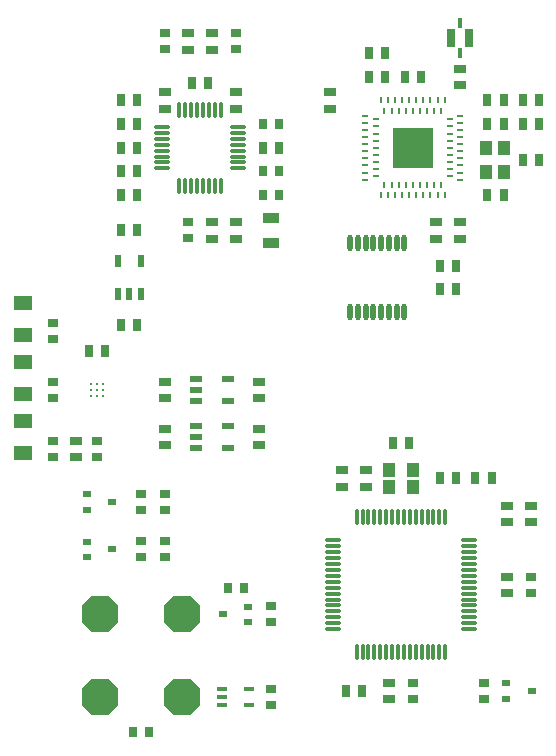
<source format=gtp>
%FSLAX25Y25*%
%MOIN*%
G70*
G01*
G75*
G04 Layer_Color=8421504*
%ADD10C,0.00492*%
%ADD11R,0.03937X0.01811*%
%ADD12R,0.01811X0.01811*%
%ADD13R,0.13386X0.13386*%
%ADD14O,0.00787X0.02559*%
%ADD15O,0.02559X0.00787*%
%ADD16R,0.02835X0.03937*%
%ADD17R,0.03937X0.02835*%
%ADD18R,0.04134X0.04528*%
%ADD19O,0.01772X0.05512*%
%ADD20R,0.03740X0.02559*%
%ADD21R,0.03150X0.02165*%
%ADD22R,0.02559X0.03740*%
%ADD23R,0.03937X0.02362*%
G04:AMPARAMS|DCode=24|XSize=118.11mil|YSize=118.11mil|CornerRadius=0mil|HoleSize=0mil|Usage=FLASHONLY|Rotation=270.000|XOffset=0mil|YOffset=0mil|HoleType=Round|Shape=Octagon|*
%AMOCTAGOND24*
4,1,8,-0.02953,-0.05906,0.02953,-0.05906,0.05906,-0.02953,0.05906,0.02953,0.02953,0.05906,-0.02953,0.05906,-0.05906,0.02953,-0.05906,-0.02953,-0.02953,-0.05906,0.0*
%
%ADD24OCTAGOND24*%

%ADD25R,0.02362X0.03937*%
%ADD26R,0.05512X0.03543*%
%ADD27O,0.01181X0.05512*%
%ADD28O,0.05512X0.01181*%
%ADD29O,0.05709X0.01181*%
%ADD30O,0.01181X0.05709*%
%ADD31R,0.06496X0.04724*%
%ADD32C,0.01142*%
%ADD33R,0.01378X0.03740*%
%ADD34R,0.02953X0.06496*%
%ADD35R,0.03347X0.01575*%
%ADD36C,0.00984*%
%ADD37C,0.01969*%
%ADD38C,0.00500*%
%ADD39C,0.01575*%
%ADD40C,0.00787*%
%ADD41C,0.01000*%
%ADD42O,0.09843X0.05906*%
%ADD43R,0.07874X0.07874*%
%ADD44C,0.07874*%
%ADD45R,0.05906X0.05906*%
%ADD46C,0.05906*%
%ADD47O,0.05906X0.09843*%
%ADD48C,0.11811*%
%ADD49O,0.07874X0.11811*%
%ADD50C,0.19685*%
%ADD51O,0.01969X0.03937*%
%ADD52C,0.01969*%
%ADD53R,0.01969X0.04921*%
%ADD54C,0.00394*%
%ADD55C,0.02362*%
%ADD56C,0.00591*%
D13*
X31496Y224410D02*
D03*
D14*
X22047Y212106D02*
D03*
X24409D02*
D03*
X26772D02*
D03*
X29134D02*
D03*
X31496D02*
D03*
X33858D02*
D03*
X36220D02*
D03*
X38583D02*
D03*
X40945D02*
D03*
Y236713D02*
D03*
X38583D02*
D03*
X36220D02*
D03*
X33858D02*
D03*
X31496D02*
D03*
X29134D02*
D03*
X26772D02*
D03*
X24409D02*
D03*
X22047D02*
D03*
X20866Y208563D02*
D03*
X23228D02*
D03*
X25591D02*
D03*
X27953D02*
D03*
X30315D02*
D03*
X32677D02*
D03*
X35039D02*
D03*
X37402D02*
D03*
X39764D02*
D03*
X42126D02*
D03*
Y240256D02*
D03*
X39764D02*
D03*
X37402D02*
D03*
X35039D02*
D03*
X32677D02*
D03*
X30315D02*
D03*
X27953D02*
D03*
X25591D02*
D03*
X23228D02*
D03*
X20866D02*
D03*
D15*
X43799Y214961D02*
D03*
Y217323D02*
D03*
Y219685D02*
D03*
Y222047D02*
D03*
Y224410D02*
D03*
Y226772D02*
D03*
Y229134D02*
D03*
Y231496D02*
D03*
Y233858D02*
D03*
X19193D02*
D03*
Y231496D02*
D03*
Y229134D02*
D03*
Y226772D02*
D03*
Y224410D02*
D03*
Y222047D02*
D03*
Y219685D02*
D03*
Y217323D02*
D03*
Y214961D02*
D03*
X47343Y213780D02*
D03*
Y216142D02*
D03*
Y218504D02*
D03*
Y220866D02*
D03*
Y223228D02*
D03*
Y225591D02*
D03*
Y227953D02*
D03*
Y230315D02*
D03*
Y232677D02*
D03*
Y235039D02*
D03*
X15650D02*
D03*
Y232677D02*
D03*
Y230315D02*
D03*
Y227953D02*
D03*
Y225591D02*
D03*
Y223228D02*
D03*
Y220866D02*
D03*
Y218504D02*
D03*
Y216142D02*
D03*
Y213780D02*
D03*
D16*
X22402Y248032D02*
D03*
X16969D02*
D03*
X22402Y255906D02*
D03*
X16969D02*
D03*
X73583Y232283D02*
D03*
X68150D02*
D03*
X61772D02*
D03*
X56339D02*
D03*
X56339Y240158D02*
D03*
X61772D02*
D03*
X68150D02*
D03*
X73583D02*
D03*
X68150Y220473D02*
D03*
X73583D02*
D03*
X56339Y208662D02*
D03*
X61772D02*
D03*
X40591Y185039D02*
D03*
X46024D02*
D03*
X40591Y177165D02*
D03*
X46024D02*
D03*
X30276Y125984D02*
D03*
X24843D02*
D03*
X40591Y114173D02*
D03*
X46024D02*
D03*
X57835D02*
D03*
X52402D02*
D03*
X14527Y43307D02*
D03*
X9094D02*
D03*
X-76535Y156496D02*
D03*
X-71102D02*
D03*
X-60276Y216535D02*
D03*
X-65709D02*
D03*
X-60276Y196850D02*
D03*
X-65709D02*
D03*
X-60276Y208662D02*
D03*
X-65709D02*
D03*
X-60276Y224410D02*
D03*
X-65709D02*
D03*
X-60276Y240158D02*
D03*
X-65709D02*
D03*
X-60276Y232283D02*
D03*
X-65709D02*
D03*
X-36654Y246063D02*
D03*
X-42087D02*
D03*
X-18465Y224410D02*
D03*
X-13032D02*
D03*
X34213Y248032D02*
D03*
X28780D02*
D03*
X-65709Y165354D02*
D03*
X-60276D02*
D03*
D17*
X47244Y250748D02*
D03*
Y245315D02*
D03*
Y199567D02*
D03*
Y194134D02*
D03*
X39370Y199567D02*
D03*
Y194134D02*
D03*
X7874Y111457D02*
D03*
Y116890D02*
D03*
X15748Y111457D02*
D03*
Y116890D02*
D03*
X62992Y105079D02*
D03*
Y99646D02*
D03*
X70866Y105079D02*
D03*
Y99646D02*
D03*
X62992Y81457D02*
D03*
Y76024D02*
D03*
X23622Y40591D02*
D03*
Y46024D02*
D03*
X-51181Y130669D02*
D03*
Y125236D02*
D03*
Y146417D02*
D03*
Y140984D02*
D03*
X-19685Y130669D02*
D03*
Y125236D02*
D03*
Y146417D02*
D03*
Y140984D02*
D03*
X-80709Y126732D02*
D03*
Y121299D02*
D03*
X-35433Y199567D02*
D03*
Y194134D02*
D03*
X-27559Y199567D02*
D03*
Y194134D02*
D03*
X-35433Y257126D02*
D03*
Y262559D02*
D03*
X-43307Y262559D02*
D03*
Y257126D02*
D03*
X-27559Y237441D02*
D03*
Y242874D02*
D03*
X-51181Y242874D02*
D03*
Y237441D02*
D03*
X3937Y242874D02*
D03*
Y237441D02*
D03*
D18*
X56055Y224472D02*
D03*
X62055D02*
D03*
X56055Y216473D02*
D03*
X62055D02*
D03*
X23425Y117126D02*
D03*
X31693D02*
D03*
X23425Y111221D02*
D03*
X31693D02*
D03*
D19*
X28642Y192717D02*
D03*
X26083D02*
D03*
X23524D02*
D03*
X20965D02*
D03*
X18406D02*
D03*
X15846D02*
D03*
X13287D02*
D03*
X10728D02*
D03*
X28642Y169488D02*
D03*
X26083D02*
D03*
X23524D02*
D03*
X20965D02*
D03*
X18406D02*
D03*
X15846D02*
D03*
X13287D02*
D03*
X10728D02*
D03*
D20*
X70866Y76083D02*
D03*
Y81398D02*
D03*
X55118Y40650D02*
D03*
Y45965D02*
D03*
X31496D02*
D03*
Y40650D02*
D03*
X-15748Y66240D02*
D03*
Y71555D02*
D03*
Y43996D02*
D03*
Y38681D02*
D03*
X-59055Y103642D02*
D03*
Y108957D02*
D03*
X-51181Y103642D02*
D03*
Y108957D02*
D03*
Y93209D02*
D03*
Y87894D02*
D03*
X-59055D02*
D03*
Y93209D02*
D03*
X-73819Y126673D02*
D03*
Y121358D02*
D03*
X-43307Y194193D02*
D03*
Y199508D02*
D03*
X-51181Y257185D02*
D03*
Y262500D02*
D03*
X-27559Y257185D02*
D03*
Y262500D02*
D03*
X-88583Y166043D02*
D03*
Y160728D02*
D03*
Y146358D02*
D03*
Y141043D02*
D03*
Y121358D02*
D03*
Y126673D02*
D03*
D21*
X62697Y45866D02*
D03*
Y40748D02*
D03*
X71161Y43307D02*
D03*
X-23327Y66339D02*
D03*
Y71457D02*
D03*
X-31791Y68898D02*
D03*
X-68602Y90551D02*
D03*
X-77067Y87992D02*
D03*
Y93110D02*
D03*
X-68602Y106299D02*
D03*
X-77067Y103740D02*
D03*
Y108858D02*
D03*
D22*
X-61713Y29528D02*
D03*
X-56398D02*
D03*
X-13091Y208662D02*
D03*
X-18406D02*
D03*
X-13091Y232283D02*
D03*
X-18406D02*
D03*
X-13091Y216535D02*
D03*
X-18406D02*
D03*
X-30217Y77756D02*
D03*
X-24902D02*
D03*
D23*
X-40846Y131693D02*
D03*
Y127953D02*
D03*
Y124213D02*
D03*
X-30020D02*
D03*
Y131693D02*
D03*
X-40846Y147441D02*
D03*
Y143701D02*
D03*
Y139961D02*
D03*
X-30020D02*
D03*
Y147441D02*
D03*
D24*
X-45276Y68898D02*
D03*
X-72835D02*
D03*
X-45276Y41339D02*
D03*
X-72835D02*
D03*
D25*
X-66732Y175689D02*
D03*
X-62992D02*
D03*
X-59252D02*
D03*
Y186516D02*
D03*
X-66732D02*
D03*
D26*
X-15748Y192717D02*
D03*
Y200984D02*
D03*
D27*
X-32480Y237008D02*
D03*
X-34449D02*
D03*
X-36417D02*
D03*
X-38386D02*
D03*
X-40354D02*
D03*
X-42323D02*
D03*
X-44291D02*
D03*
X-46260D02*
D03*
Y211811D02*
D03*
X-44291D02*
D03*
X-42323D02*
D03*
X-40354D02*
D03*
X-38386D02*
D03*
X-36417D02*
D03*
X-34449D02*
D03*
X-32480D02*
D03*
D28*
X-51968Y231299D02*
D03*
Y229331D02*
D03*
Y227362D02*
D03*
Y225394D02*
D03*
Y223425D02*
D03*
Y221457D02*
D03*
Y219488D02*
D03*
Y217520D02*
D03*
X-26772D02*
D03*
Y219488D02*
D03*
Y221457D02*
D03*
Y223425D02*
D03*
Y225394D02*
D03*
Y227362D02*
D03*
Y229331D02*
D03*
Y231299D02*
D03*
D29*
X5020Y93504D02*
D03*
Y91536D02*
D03*
Y89567D02*
D03*
Y87599D02*
D03*
Y85630D02*
D03*
Y83662D02*
D03*
Y81693D02*
D03*
Y79725D02*
D03*
Y77756D02*
D03*
Y75788D02*
D03*
Y73819D02*
D03*
Y71851D02*
D03*
Y69882D02*
D03*
Y67913D02*
D03*
Y65945D02*
D03*
Y63976D02*
D03*
X50098D02*
D03*
Y65945D02*
D03*
Y67913D02*
D03*
Y69882D02*
D03*
Y71851D02*
D03*
Y73819D02*
D03*
Y75788D02*
D03*
Y77756D02*
D03*
Y79725D02*
D03*
Y81693D02*
D03*
Y83662D02*
D03*
Y85630D02*
D03*
Y87599D02*
D03*
Y89567D02*
D03*
Y91536D02*
D03*
Y93504D02*
D03*
D30*
X12795Y56201D02*
D03*
X14764D02*
D03*
X16732D02*
D03*
X18701D02*
D03*
X20669D02*
D03*
X22638D02*
D03*
X24606D02*
D03*
X26575D02*
D03*
X28543D02*
D03*
X30512D02*
D03*
X32480D02*
D03*
X34449D02*
D03*
X36417D02*
D03*
X38386D02*
D03*
X40354D02*
D03*
X42323D02*
D03*
Y101280D02*
D03*
X40354D02*
D03*
X38386D02*
D03*
X36417D02*
D03*
X34449D02*
D03*
X32480D02*
D03*
X30512D02*
D03*
X28543D02*
D03*
X26575D02*
D03*
X24606D02*
D03*
X22638D02*
D03*
X20669D02*
D03*
X18701D02*
D03*
X16732D02*
D03*
X14764D02*
D03*
X12795D02*
D03*
D31*
X-98425Y162106D02*
D03*
Y172539D02*
D03*
Y142421D02*
D03*
Y152854D02*
D03*
Y122736D02*
D03*
Y133169D02*
D03*
D32*
X-75787Y145669D02*
D03*
X-73819D02*
D03*
X-71850D02*
D03*
X-75787Y143701D02*
D03*
X-73819D02*
D03*
X-71850D02*
D03*
X-75787Y141732D02*
D03*
X-73819D02*
D03*
X-71850D02*
D03*
D33*
X47244Y265827D02*
D03*
Y255827D02*
D03*
D34*
X50244Y260827D02*
D03*
X44244D02*
D03*
D35*
X-31988Y43898D02*
D03*
Y41339D02*
D03*
Y38780D02*
D03*
X-23130D02*
D03*
Y43898D02*
D03*
M02*

</source>
